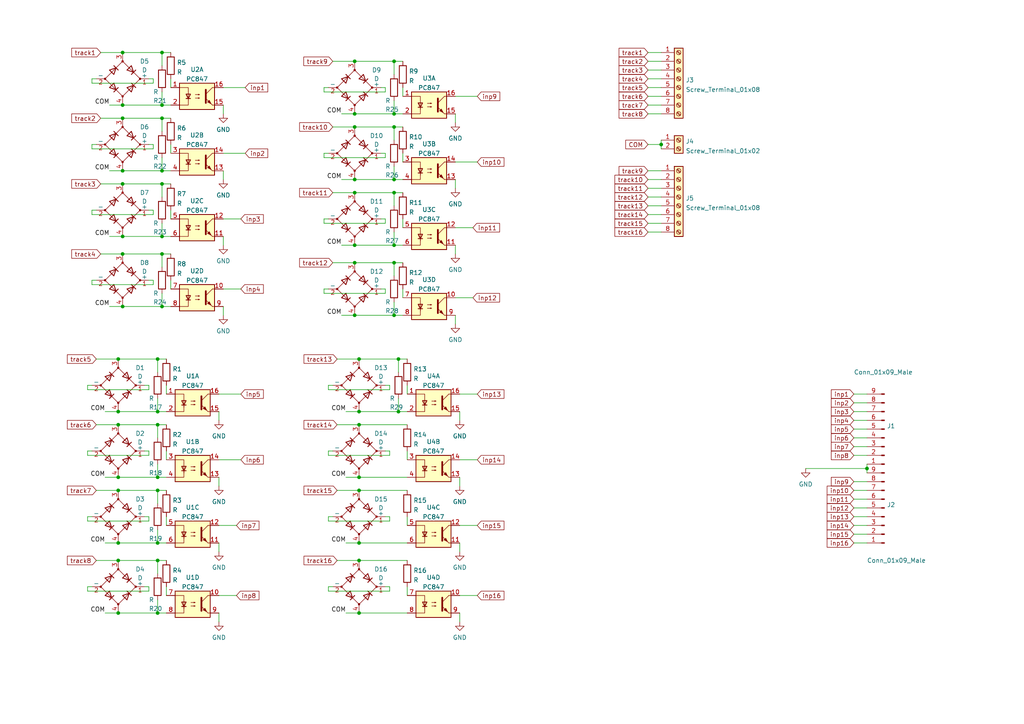
<source format=kicad_sch>
(kicad_sch (version 20211123) (generator eeschema)
  (paper "A4")
  (lib_symbols
    (symbol "Connector:Conn_01x09_Male" (pin_names (offset 1.016) hide)
      (property "Reference" "J" (at 0 12.7 0))
      (property "Value" "Conn_01x09_Male" (at 0 -12.7 0))
      (symbol "Conn_01x09_Male_1_1"
        (pin passive line (at 5.08 10.16 180) (length 3.81) (name "Pin_1") (number "1"))
        (pin passive line (at 5.08 7.62 180) (length 3.81) (name "Pin_2") (number "2"))
        (pin passive line (at 5.08 5.08 180) (length 3.81) (name "Pin_3") (number "3"))
        (pin passive line (at 5.08 2.54 180) (length 3.81) (name "Pin_4") (number "4"))
        (pin passive line (at 5.08 0 180) (length 3.81) (name "Pin_5") (number "5"))
        (pin passive line (at 5.08 -2.54 180) (length 3.81) (name "Pin_6") (number "6"))
        (pin passive line (at 5.08 -5.08 180) (length 3.81) (name "Pin_7") (number "7"))
        (pin passive line (at 5.08 -7.62 180) (length 3.81) (name "Pin_8") (number "8"))
        (pin passive line (at 5.08 -10.16 180) (length 3.81) (name "Pin_9") (number "9"))
      )
    )
    (symbol "Connector:Screw_Terminal_01x02" (pin_names (offset 1.016) hide)
      (property "Reference" "J" (at 0 2.54 0))
      (property "Value" "Screw_Terminal_01x02" (at 0 -5.08 0))
      (symbol "Screw_Terminal_01x02_1_1"
        (pin passive line (at -5.08 0 0) (length 3.81) (name "Pin_1") (number "1"))
        (pin passive line (at -5.08 -2.54 0) (length 3.81) (name "Pin_2") (number "2"))
      )
    )
    (symbol "Connector:Screw_Terminal_01x08" (pin_names (offset 1.016) hide)
      (property "Reference" "J" (at 0 10.16 0))
      (property "Value" "Screw_Terminal_01x08" (at 0 -12.7 0))
      (symbol "Screw_Terminal_01x08_1_1"
        (pin passive line (at -5.08 7.62 0) (length 3.81) (name "Pin_1") (number "1"))
        (pin passive line (at -5.08 5.08 0) (length 3.81) (name "Pin_2") (number "2"))
        (pin passive line (at -5.08 2.54 0) (length 3.81) (name "Pin_3") (number "3"))
        (pin passive line (at -5.08 0 0) (length 3.81) (name "Pin_4") (number "4"))
        (pin passive line (at -5.08 -2.54 0) (length 3.81) (name "Pin_5") (number "5"))
        (pin passive line (at -5.08 -5.08 0) (length 3.81) (name "Pin_6") (number "6"))
        (pin passive line (at -5.08 -7.62 0) (length 3.81) (name "Pin_7") (number "7"))
        (pin passive line (at -5.08 -10.16 0) (length 3.81) (name "Pin_8") (number "8"))
      )
    )
    (symbol "Device:D_Bridge_+-AA" (pin_names (offset 0))
      (property "Reference" "D" (at 2.54 6.985 0))
      (property "Value" "D_Bridge_+-AA" (at 2.54 5.08 0))
      (symbol "D_Bridge_+-AA_1_1"
        (pin passive line (at 7.62 0 180) (length 2.54) (name "+") (number "1"))
        (pin passive line (at -7.62 0 0) (length 2.54) (name "-") (number "2"))
        (pin passive line (at 0 7.62 270) (length 2.54) (name "~") (number "3"))
        (pin passive line (at 0 -7.62 90) (length 2.54) (name "~") (number "4"))
      )
    )
    (symbol "Device:R" (pin_numbers hide) (pin_names (offset 0))
      (property "Reference" "R" (at 2.032 0 90))
      (property "Value" "R" (at 0 0 90))
      (symbol "R_1_1"
        (pin passive line (at 0 3.81 270) (length 1.27) (name "~") (number "1"))
        (pin passive line (at 0 -3.81 90) (length 1.27) (name "~") (number "2"))
      )
    )
    (symbol "Isolator:PC847" (pin_names (offset 1.016))
      (property "Reference" "U" (at -5.08 5.08 0))
      (property "Value" "PC847" (at 0 5.08 0))
      (symbol "PC847_1_1"
        (pin passive line (at -7.62 2.54 0) (length 2.54) (name "~") (number "1"))
        (pin passive line (at 7.62 -2.54 180) (length 2.54) (name "~") (number "15"))
        (pin passive line (at 7.62 2.54 180) (length 2.54) (name "~") (number "16"))
        (pin passive line (at -7.62 -2.54 0) (length 2.54) (name "~") (number "2"))
      )
      (symbol "PC847_2_1"
        (pin passive line (at 7.62 -2.54 180) (length 2.54) (name "~") (number "13"))
        (pin passive line (at 7.62 2.54 180) (length 2.54) (name "~") (number "14"))
        (pin passive line (at -7.62 2.54 0) (length 2.54) (name "~") (number "3"))
        (pin passive line (at -7.62 -2.54 0) (length 2.54) (name "~") (number "4"))
      )
      (symbol "PC847_3_1"
        (pin passive line (at 7.62 -2.54 180) (length 2.54) (name "~") (number "11"))
        (pin passive line (at 7.62 2.54 180) (length 2.54) (name "~") (number "12"))
        (pin passive line (at -7.62 2.54 0) (length 2.54) (name "~") (number "5"))
        (pin passive line (at -7.62 -2.54 0) (length 2.54) (name "~") (number "6"))
      )
      (symbol "PC847_4_1"
        (pin passive line (at 7.62 2.54 180) (length 2.54) (name "~") (number "10"))
        (pin passive line (at -7.62 2.54 0) (length 2.54) (name "~") (number "7"))
        (pin passive line (at -7.62 -2.54 0) (length 2.54) (name "~") (number "8"))
        (pin passive line (at 7.62 -2.54 180) (length 2.54) (name "~") (number "9"))
      )
    )
    (symbol "power:GND" (power) (pin_names (offset 0))
      (property "Value" "GND" (at 0 -3.81 0))
      (symbol "GND_1_1"
        (pin power_in line (at 0 0 270) (length 0) hide (name "GND") (number "1"))
      )
    )
  )
  (junction (at 104.14 104.14))
  (junction (at 35.56 88.9))
  (junction (at 45.72 119.38))
  (junction (at 35.56 53.34))
  (junction (at 35.56 30.48))
  (junction (at 34.29 162.56))
  (junction (at 104.14 142.24))
  (junction (at 46.99 34.29))
  (junction (at 34.29 177.8))
  (junction (at 114.3 36.83))
  (junction (at 102.87 55.88))
  (junction (at 46.99 73.66))
  (junction (at 102.87 76.2))
  (junction (at 35.56 34.29))
  (junction (at 35.56 73.66))
  (junction (at 45.72 157.48))
  (junction (at 45.72 142.24))
  (junction (at 45.72 123.19))
  (junction (at 102.87 91.44))
  (junction (at 251.46 135.89))
  (junction (at 45.72 138.43))
  (junction (at 104.14 123.19))
  (junction (at 114.3 52.07))
  (junction (at 46.99 15.24))
  (junction (at 104.14 138.43))
  (junction (at 34.29 138.43))
  (junction (at 104.14 162.56))
  (junction (at 191.77 41.91))
  (junction (at 46.99 49.53))
  (junction (at 46.99 88.9))
  (junction (at 102.87 36.83))
  (junction (at 114.3 71.12))
  (junction (at 45.72 104.14))
  (junction (at 34.29 119.38))
  (junction (at 114.3 55.88))
  (junction (at 104.14 157.48))
  (junction (at 34.29 142.24))
  (junction (at 34.29 104.14))
  (junction (at 104.14 177.8))
  (junction (at 46.99 68.58))
  (junction (at 115.57 119.38))
  (junction (at 35.56 68.58))
  (junction (at 104.14 119.38))
  (junction (at 35.56 15.24))
  (junction (at 102.87 33.02))
  (junction (at 34.29 157.48))
  (junction (at 114.3 91.44))
  (junction (at 45.72 177.8))
  (junction (at 102.87 71.12))
  (junction (at 35.56 49.53))
  (junction (at 115.57 104.14))
  (junction (at 102.87 17.78))
  (junction (at 102.87 52.07))
  (junction (at 46.99 30.48))
  (junction (at 34.29 123.19))
  (junction (at 114.3 17.78))
  (junction (at 46.99 53.34))
  (junction (at 45.72 162.56))
  (junction (at 114.3 33.02))
  (junction (at 114.3 76.2))
  (wire (pts (xy 64.77 49.53) (xy 64.77 52.07)))
  (wire (pts (xy 187.96 59.69) (xy 191.77 59.69)))
  (wire (pts (xy 114.3 33.02) (xy 116.84 33.02)))
  (wire (pts (xy 35.56 88.9) (xy 46.99 88.9)))
  (wire (pts (xy 26.67 22.86) (xy 26.67 24.13)))
  (wire (pts (xy 93.98 45.72) (xy 111.76 45.72)))
  (wire (pts (xy 34.29 119.38) (xy 45.72 119.38)))
  (wire (pts (xy 114.3 76.2) (xy 116.84 76.2)))
  (wire (pts (xy 26.67 149.86) (xy 25.4 149.86)))
  (wire (pts (xy 104.14 177.8) (xy 118.11 177.8)))
  (wire (pts (xy 102.87 55.88) (xy 114.3 55.88)))
  (wire (pts (xy 27.94 60.96) (xy 26.67 60.96)))
  (wire (pts (xy 111.76 111.76) (xy 113.03 111.76)))
  (wire (pts (xy 63.5 172.72) (xy 68.58 172.72)))
  (wire (pts (xy 26.67 170.18) (xy 25.4 170.18)))
  (wire (pts (xy 247.65 132.08) (xy 251.46 132.08)))
  (wire (pts (xy 46.99 15.24) (xy 49.53 15.24)))
  (wire (pts (xy 114.3 55.88) (xy 116.84 55.88)))
  (wire (pts (xy 27.94 41.91) (xy 26.67 41.91)))
  (wire (pts (xy 31.75 68.58) (xy 35.56 68.58)))
  (wire (pts (xy 247.65 116.84) (xy 251.46 116.84)))
  (wire (pts (xy 191.77 40.64) (xy 191.77 41.91)))
  (wire (pts (xy 27.94 22.86) (xy 26.67 22.86)))
  (wire (pts (xy 247.65 157.48) (xy 251.46 157.48)))
  (wire (pts (xy 104.14 138.43) (xy 118.11 138.43)))
  (wire (pts (xy 132.08 33.02) (xy 132.08 35.56)))
  (wire (pts (xy 41.91 130.81) (xy 43.18 130.81)))
  (wire (pts (xy 187.96 49.53) (xy 191.77 49.53)))
  (wire (pts (xy 99.06 91.44) (xy 102.87 91.44)))
  (wire (pts (xy 247.65 129.54) (xy 251.46 129.54)))
  (wire (pts (xy 187.96 22.86) (xy 191.77 22.86)))
  (wire (pts (xy 110.49 44.45) (xy 111.76 44.45)))
  (wire (pts (xy 114.3 67.31) (xy 114.3 71.12)))
  (wire (pts (xy 64.77 83.82) (xy 69.85 83.82)))
  (wire (pts (xy 116.84 63.5) (xy 116.84 66.04)))
  (wire (pts (xy 26.67 81.28) (xy 26.67 82.55)))
  (wire (pts (xy 46.99 85.09) (xy 46.99 88.9)))
  (wire (pts (xy 113.03 113.03) (xy 113.03 111.76)))
  (wire (pts (xy 111.76 85.09) (xy 111.76 83.82)))
  (wire (pts (xy 95.25 132.08) (xy 113.03 132.08)))
  (wire (pts (xy 99.06 52.07) (xy 102.87 52.07)))
  (wire (pts (xy 43.18 113.03) (xy 43.18 111.76)))
  (wire (pts (xy 27.94 123.19) (xy 34.29 123.19)))
  (wire (pts (xy 187.96 52.07) (xy 191.77 52.07)))
  (wire (pts (xy 95.25 151.13) (xy 113.03 151.13)))
  (wire (pts (xy 49.53 22.86) (xy 49.53 25.4)))
  (wire (pts (xy 48.26 170.18) (xy 48.26 172.72)))
  (wire (pts (xy 45.72 119.38) (xy 48.26 119.38)))
  (wire (pts (xy 64.77 25.4) (xy 71.12 25.4)))
  (wire (pts (xy 43.18 22.86) (xy 44.45 22.86)))
  (wire (pts (xy 110.49 25.4) (xy 111.76 25.4)))
  (wire (pts (xy 113.03 171.45) (xy 113.03 170.18)))
  (wire (pts (xy 233.68 135.89) (xy 251.46 135.89)))
  (wire (pts (xy 96.52 76.2) (xy 102.87 76.2)))
  (wire (pts (xy 114.3 91.44) (xy 116.84 91.44)))
  (wire (pts (xy 96.52 55.88) (xy 102.87 55.88)))
  (wire (pts (xy 41.91 111.76) (xy 43.18 111.76)))
  (wire (pts (xy 187.96 41.91) (xy 191.77 41.91)))
  (wire (pts (xy 97.79 142.24) (xy 104.14 142.24)))
  (wire (pts (xy 187.96 27.94) (xy 191.77 27.94)))
  (wire (pts (xy 25.4 171.45) (xy 43.18 171.45)))
  (wire (pts (xy 133.35 119.38) (xy 133.35 121.92)))
  (wire (pts (xy 115.57 115.57) (xy 115.57 119.38)))
  (wire (pts (xy 45.72 134.62) (xy 45.72 138.43)))
  (wire (pts (xy 34.29 123.19) (xy 45.72 123.19)))
  (wire (pts (xy 93.98 64.77) (xy 111.76 64.77)))
  (wire (pts (xy 35.56 30.48) (xy 46.99 30.48)))
  (wire (pts (xy 30.48 177.8) (xy 34.29 177.8)))
  (wire (pts (xy 29.21 73.66) (xy 35.56 73.66)))
  (wire (pts (xy 96.52 111.76) (xy 95.25 111.76)))
  (wire (pts (xy 34.29 157.48) (xy 45.72 157.48)))
  (wire (pts (xy 46.99 34.29) (xy 46.99 38.1)))
  (wire (pts (xy 46.99 34.29) (xy 49.53 34.29)))
  (wire (pts (xy 25.4 113.03) (xy 43.18 113.03)))
  (wire (pts (xy 102.87 52.07) (xy 114.3 52.07)))
  (wire (pts (xy 251.46 135.89) (xy 251.46 137.16)))
  (wire (pts (xy 26.67 62.23) (xy 44.45 62.23)))
  (wire (pts (xy 30.48 157.48) (xy 34.29 157.48)))
  (wire (pts (xy 95.25 113.03) (xy 113.03 113.03)))
  (wire (pts (xy 133.35 152.4) (xy 138.43 152.4)))
  (wire (pts (xy 95.25 149.86) (xy 95.25 151.13)))
  (wire (pts (xy 27.94 104.14) (xy 34.29 104.14)))
  (wire (pts (xy 187.96 30.48) (xy 191.77 30.48)))
  (wire (pts (xy 187.96 64.77) (xy 191.77 64.77)))
  (wire (pts (xy 95.25 130.81) (xy 95.25 132.08)))
  (wire (pts (xy 251.46 134.62) (xy 251.46 135.89)))
  (wire (pts (xy 93.98 63.5) (xy 93.98 64.77)))
  (wire (pts (xy 35.56 49.53) (xy 46.99 49.53)))
  (wire (pts (xy 114.3 17.78) (xy 114.3 21.59)))
  (wire (pts (xy 26.67 43.18) (xy 44.45 43.18)))
  (wire (pts (xy 45.72 138.43) (xy 48.26 138.43)))
  (wire (pts (xy 102.87 17.78) (xy 114.3 17.78)))
  (wire (pts (xy 49.53 41.91) (xy 49.53 44.45)))
  (wire (pts (xy 43.18 41.91) (xy 44.45 41.91)))
  (wire (pts (xy 35.56 68.58) (xy 46.99 68.58)))
  (wire (pts (xy 133.35 157.48) (xy 133.35 160.02)))
  (wire (pts (xy 29.21 53.34) (xy 35.56 53.34)))
  (wire (pts (xy 187.96 17.78) (xy 191.77 17.78)))
  (wire (pts (xy 247.65 152.4) (xy 251.46 152.4)))
  (wire (pts (xy 95.25 44.45) (xy 93.98 44.45)))
  (wire (pts (xy 27.94 162.56) (xy 34.29 162.56)))
  (wire (pts (xy 133.35 133.35) (xy 138.43 133.35)))
  (wire (pts (xy 35.56 53.34) (xy 46.99 53.34)))
  (wire (pts (xy 63.5 177.8) (xy 63.5 180.34)))
  (wire (pts (xy 104.14 119.38) (xy 115.57 119.38)))
  (wire (pts (xy 41.91 149.86) (xy 43.18 149.86)))
  (wire (pts (xy 115.57 104.14) (xy 118.11 104.14)))
  (wire (pts (xy 187.96 20.32) (xy 191.77 20.32)))
  (wire (pts (xy 133.35 172.72) (xy 138.43 172.72)))
  (wire (pts (xy 30.48 119.38) (xy 34.29 119.38)))
  (wire (pts (xy 116.84 25.4) (xy 116.84 27.94)))
  (wire (pts (xy 93.98 25.4) (xy 93.98 26.67)))
  (wire (pts (xy 102.87 91.44) (xy 114.3 91.44)))
  (wire (pts (xy 46.99 53.34) (xy 46.99 57.15)))
  (wire (pts (xy 95.25 111.76) (xy 95.25 113.03)))
  (wire (pts (xy 46.99 88.9) (xy 49.53 88.9)))
  (wire (pts (xy 247.65 144.78) (xy 251.46 144.78)))
  (wire (pts (xy 93.98 44.45) (xy 93.98 45.72)))
  (wire (pts (xy 96.52 170.18) (xy 95.25 170.18)))
  (wire (pts (xy 114.3 52.07) (xy 116.84 52.07)))
  (wire (pts (xy 34.29 177.8) (xy 45.72 177.8)))
  (wire (pts (xy 25.4 170.18) (xy 25.4 171.45)))
  (wire (pts (xy 45.72 157.48) (xy 48.26 157.48)))
  (wire (pts (xy 247.65 142.24) (xy 251.46 142.24)))
  (wire (pts (xy 45.72 153.67) (xy 45.72 157.48)))
  (wire (pts (xy 31.75 49.53) (xy 35.56 49.53)))
  (wire (pts (xy 45.72 104.14) (xy 48.26 104.14)))
  (wire (pts (xy 102.87 33.02) (xy 114.3 33.02)))
  (wire (pts (xy 64.77 30.48) (xy 64.77 33.02)))
  (wire (pts (xy 63.5 133.35) (xy 69.85 133.35)))
  (wire (pts (xy 46.99 53.34) (xy 49.53 53.34)))
  (wire (pts (xy 93.98 26.67) (xy 111.76 26.67)))
  (wire (pts (xy 44.45 43.18) (xy 44.45 41.91)))
  (wire (pts (xy 187.96 67.31) (xy 191.77 67.31)))
  (wire (pts (xy 43.18 81.28) (xy 44.45 81.28)))
  (wire (pts (xy 63.5 119.38) (xy 63.5 121.92)))
  (wire (pts (xy 64.77 44.45) (xy 71.12 44.45)))
  (wire (pts (xy 95.25 171.45) (xy 113.03 171.45)))
  (wire (pts (xy 96.52 149.86) (xy 95.25 149.86)))
  (wire (pts (xy 115.57 119.38) (xy 118.11 119.38)))
  (wire (pts (xy 43.18 132.08) (xy 43.18 130.81)))
  (wire (pts (xy 63.5 114.3) (xy 69.85 114.3)))
  (wire (pts (xy 187.96 62.23) (xy 191.77 62.23)))
  (wire (pts (xy 247.65 124.46) (xy 251.46 124.46)))
  (wire (pts (xy 48.26 130.81) (xy 48.26 133.35)))
  (wire (pts (xy 187.96 15.24) (xy 191.77 15.24)))
  (wire (pts (xy 45.72 142.24) (xy 48.26 142.24)))
  (wire (pts (xy 104.14 142.24) (xy 118.11 142.24)))
  (wire (pts (xy 31.75 88.9) (xy 35.56 88.9)))
  (wire (pts (xy 118.11 130.81) (xy 118.11 133.35)))
  (wire (pts (xy 132.08 91.44) (xy 132.08 93.98)))
  (wire (pts (xy 100.33 177.8) (xy 104.14 177.8)))
  (wire (pts (xy 187.96 25.4) (xy 191.77 25.4)))
  (wire (pts (xy 34.29 138.43) (xy 45.72 138.43)))
  (wire (pts (xy 34.29 162.56) (xy 45.72 162.56)))
  (wire (pts (xy 26.67 111.76) (xy 25.4 111.76)))
  (wire (pts (xy 100.33 138.43) (xy 104.14 138.43)))
  (wire (pts (xy 49.53 81.28) (xy 49.53 83.82)))
  (wire (pts (xy 30.48 138.43) (xy 34.29 138.43)))
  (wire (pts (xy 114.3 76.2) (xy 114.3 80.01)))
  (wire (pts (xy 26.67 82.55) (xy 44.45 82.55)))
  (wire (pts (xy 114.3 29.21) (xy 114.3 33.02)))
  (wire (pts (xy 25.4 130.81) (xy 25.4 132.08)))
  (wire (pts (xy 48.26 111.76) (xy 48.26 114.3)))
  (wire (pts (xy 35.56 73.66) (xy 46.99 73.66)))
  (wire (pts (xy 25.4 132.08) (xy 43.18 132.08)))
  (wire (pts (xy 95.25 25.4) (xy 93.98 25.4)))
  (wire (pts (xy 46.99 45.72) (xy 46.99 49.53)))
  (wire (pts (xy 27.94 142.24) (xy 34.29 142.24)))
  (wire (pts (xy 100.33 119.38) (xy 104.14 119.38)))
  (wire (pts (xy 29.21 15.24) (xy 35.56 15.24)))
  (wire (pts (xy 26.67 60.96) (xy 26.67 62.23)))
  (wire (pts (xy 45.72 123.19) (xy 45.72 127)))
  (wire (pts (xy 111.76 45.72) (xy 111.76 44.45)))
  (wire (pts (xy 45.72 104.14) (xy 45.72 107.95)))
  (wire (pts (xy 46.99 30.48) (xy 49.53 30.48)))
  (wire (pts (xy 111.76 64.77) (xy 111.76 63.5)))
  (wire (pts (xy 104.14 157.48) (xy 118.11 157.48)))
  (wire (pts (xy 115.57 104.14) (xy 115.57 107.95)))
  (wire (pts (xy 247.65 149.86) (xy 251.46 149.86)))
  (wire (pts (xy 96.52 130.81) (xy 95.25 130.81)))
  (wire (pts (xy 25.4 149.86) (xy 25.4 151.13)))
  (wire (pts (xy 45.72 177.8) (xy 48.26 177.8)))
  (wire (pts (xy 45.72 173.99) (xy 45.72 177.8)))
  (wire (pts (xy 43.18 60.96) (xy 44.45 60.96)))
  (wire (pts (xy 34.29 142.24) (xy 45.72 142.24)))
  (wire (pts (xy 46.99 49.53) (xy 49.53 49.53)))
  (wire (pts (xy 247.65 139.7) (xy 251.46 139.7)))
  (wire (pts (xy 45.72 142.24) (xy 45.72 146.05)))
  (wire (pts (xy 95.25 83.82) (xy 93.98 83.82)))
  (wire (pts (xy 44.45 24.13) (xy 44.45 22.86)))
  (wire (pts (xy 114.3 17.78) (xy 116.84 17.78)))
  (wire (pts (xy 111.76 149.86) (xy 113.03 149.86)))
  (wire (pts (xy 132.08 86.36) (xy 137.16 86.36)))
  (wire (pts (xy 187.96 54.61) (xy 191.77 54.61)))
  (wire (pts (xy 26.67 24.13) (xy 44.45 24.13)))
  (wire (pts (xy 49.53 60.96) (xy 49.53 63.5)))
  (wire (pts (xy 63.5 157.48) (xy 63.5 160.02)))
  (wire (pts (xy 132.08 52.07) (xy 132.08 54.61)))
  (wire (pts (xy 27.94 81.28) (xy 26.67 81.28)))
  (wire (pts (xy 247.65 147.32) (xy 251.46 147.32)))
  (wire (pts (xy 113.03 151.13) (xy 113.03 149.86)))
  (wire (pts (xy 97.79 104.14) (xy 104.14 104.14)))
  (wire (pts (xy 247.65 154.94) (xy 251.46 154.94)))
  (wire (pts (xy 46.99 73.66) (xy 46.99 77.47)))
  (wire (pts (xy 64.77 68.58) (xy 64.77 71.12)))
  (wire (pts (xy 29.21 34.29) (xy 35.56 34.29)))
  (wire (pts (xy 45.72 123.19) (xy 48.26 123.19)))
  (wire (pts (xy 132.08 71.12) (xy 132.08 73.66)))
  (wire (pts (xy 114.3 55.88) (xy 114.3 59.69)))
  (wire (pts (xy 99.06 71.12) (xy 102.87 71.12)))
  (wire (pts (xy 104.14 104.14) (xy 115.57 104.14)))
  (wire (pts (xy 63.5 152.4) (xy 68.58 152.4)))
  (wire (pts (xy 132.08 27.94) (xy 138.43 27.94)))
  (wire (pts (xy 102.87 76.2) (xy 114.3 76.2)))
  (wire (pts (xy 97.79 123.19) (xy 104.14 123.19)))
  (wire (pts (xy 116.84 83.82) (xy 116.84 86.36)))
  (wire (pts (xy 110.49 83.82) (xy 111.76 83.82)))
  (wire (pts (xy 43.18 151.13) (xy 43.18 149.86)))
  (wire (pts (xy 102.87 36.83) (xy 114.3 36.83)))
  (wire (pts (xy 133.35 177.8) (xy 133.35 180.34)))
  (wire (pts (xy 46.99 26.67) (xy 46.99 30.48)))
  (wire (pts (xy 104.14 123.19) (xy 118.11 123.19)))
  (wire (pts (xy 114.3 71.12) (xy 116.84 71.12)))
  (wire (pts (xy 114.3 87.63) (xy 114.3 91.44)))
  (wire (pts (xy 46.99 15.24) (xy 46.99 19.05)))
  (wire (pts (xy 41.91 170.18) (xy 43.18 170.18)))
  (wire (pts (xy 45.72 162.56) (xy 45.72 166.37)))
  (wire (pts (xy 44.45 62.23) (xy 44.45 60.96)))
  (wire (pts (xy 102.87 71.12) (xy 114.3 71.12)))
  (wire (pts (xy 114.3 48.26) (xy 114.3 52.07)))
  (wire (pts (xy 132.08 46.99) (xy 138.43 46.99)))
  (wire (pts (xy 247.65 114.3) (xy 251.46 114.3)))
  (wire (pts (xy 35.56 34.29) (xy 46.99 34.29)))
  (wire (pts (xy 35.56 15.24) (xy 46.99 15.24)))
  (wire (pts (xy 64.77 88.9) (xy 64.77 91.44)))
  (wire (pts (xy 114.3 36.83) (xy 114.3 40.64)))
  (wire (pts (xy 118.11 149.86) (xy 118.11 152.4)))
  (wire (pts (xy 247.65 119.38) (xy 251.46 119.38)))
  (wire (pts (xy 247.65 127) (xy 251.46 127)))
  (wire (pts (xy 45.72 162.56) (xy 48.26 162.56)))
  (wire (pts (xy 99.06 33.02) (xy 102.87 33.02)))
  (wire (pts (xy 187.96 33.02) (xy 191.77 33.02)))
  (wire (pts (xy 46.99 73.66) (xy 49.53 73.66)))
  (wire (pts (xy 111.76 170.18) (xy 113.03 170.18)))
  (wire (pts (xy 64.77 63.5) (xy 69.85 63.5)))
  (wire (pts (xy 26.67 130.81) (xy 25.4 130.81)))
  (wire (pts (xy 93.98 83.82) (xy 93.98 85.09)))
  (wire (pts (xy 97.79 162.56) (xy 104.14 162.56)))
  (wire (pts (xy 48.26 149.86) (xy 48.26 152.4)))
  (wire (pts (xy 34.29 104.14) (xy 45.72 104.14)))
  (wire (pts (xy 133.35 114.3) (xy 138.43 114.3)))
  (wire (pts (xy 111.76 26.67) (xy 111.76 25.4)))
  (wire (pts (xy 116.84 44.45) (xy 116.84 46.99)))
  (wire (pts (xy 25.4 151.13) (xy 43.18 151.13)))
  (wire (pts (xy 114.3 36.83) (xy 116.84 36.83)))
  (wire (pts (xy 44.45 82.55) (xy 44.45 81.28)))
  (wire (pts (xy 95.25 63.5) (xy 93.98 63.5)))
  (wire (pts (xy 111.76 130.81) (xy 113.03 130.81)))
  (wire (pts (xy 26.67 41.91) (xy 26.67 43.18)))
  (wire (pts (xy 96.52 36.83) (xy 102.87 36.83)))
  (wire (pts (xy 191.77 41.91) (xy 191.77 43.18)))
  (wire (pts (xy 118.11 170.18) (xy 118.11 172.72)))
  (wire (pts (xy 100.33 157.48) (xy 104.14 157.48)))
  (wire (pts (xy 110.49 63.5) (xy 111.76 63.5)))
  (wire (pts (xy 113.03 132.08) (xy 113.03 130.81)))
  (wire (pts (xy 118.11 111.76) (xy 118.11 114.3)))
  (wire (pts (xy 96.52 17.78) (xy 102.87 17.78)))
  (wire (pts (xy 63.5 138.43) (xy 63.5 140.97)))
  (wire (pts (xy 133.35 138.43) (xy 133.35 140.97)))
  (wire (pts (xy 31.75 30.48) (xy 35.56 30.48)))
  (wire (pts (xy 187.96 57.15) (xy 191.77 57.15)))
  (wire (pts (xy 45.72 115.57) (xy 45.72 119.38)))
  (wire (pts (xy 247.65 121.92) (xy 251.46 121.92)))
  (wire (pts (xy 46.99 64.77) (xy 46.99 68.58)))
  (wire (pts (xy 46.99 68.58) (xy 49.53 68.58)))
  (wire (pts (xy 43.18 171.45) (xy 43.18 170.18)))
  (wire (pts (xy 25.4 111.76) (xy 25.4 113.03)))
  (wire (pts (xy 95.25 170.18) (xy 95.25 171.45)))
  (wire (pts (xy 104.14 162.56) (xy 118.11 162.56)))
  (wire (pts (xy 132.08 66.04) (xy 137.16 66.04)))
  (wire (pts (xy 93.98 85.09) (xy 111.76 85.09)))
  (label "COM" (at 31.75 49.53 180))
  (label "COM" (at 99.06 33.02 180))
  (label "COM" (at 100.33 119.38 180))
  (label "COM" (at 31.75 30.48 180))
  (label "COM" (at 100.33 177.8 180))
  (label "COM" (at 31.75 88.9 180))
  (label "COM" (at 99.06 71.12 180))
  (label "COM" (at 30.48 157.48 180))
  (label "COM" (at 31.75 68.58 180))
  (label "COM" (at 100.33 157.48 180))
  (label "COM" (at 100.33 138.43 180))
  (label "COM" (at 30.48 138.43 180))
  (label "COM" (at 30.48 119.38 180))
  (label "COM" (at 30.48 177.8 180))
  (label "COM" (at 99.06 52.07 180))
  (label "COM" (at 99.06 91.44 180))
  (global_label "track13" (shape input) (at 97.79 104.14 180) (property "Intersheet References" "${INTERSHEET_REFS}" (effects hide)))
  (global_label "track11" (shape input) (at 187.96 54.61 180) (property "Intersheet References" "${INTERSHEET_REFS}" (effects hide)))
  (global_label "track5" (shape input) (at 187.96 25.4 180) (property "Intersheet References" "${INTERSHEET_REFS}" (effects hide)))
  (global_label "track16" (shape input) (at 187.96 67.31 180) (property "Intersheet References" "${INTERSHEET_REFS}" (effects hide)))
  (global_label "track4" (shape input) (at 29.21 73.66 180) (property "Intersheet References" "${INTERSHEET_REFS}" (effects hide)))
  (global_label "inp15" (shape input) (at 247.65 154.94 180) (property "Intersheet References" "${INTERSHEET_REFS}" (effects hide)))
  (global_label "inp2" (shape input) (at 71.12 44.45 0) (property "Intersheet References" "${INTERSHEET_REFS}" (effects hide)))
  (global_label "track1" (shape input) (at 29.21 15.24 180) (property "Intersheet References" "${INTERSHEET_REFS}" (effects hide)))
  (global_label "inp9" (shape input) (at 138.43 27.94 0) (property "Intersheet References" "${INTERSHEET_REFS}" (effects hide)))
  (global_label "track4" (shape input) (at 187.96 22.86 180) (property "Intersheet References" "${INTERSHEET_REFS}" (effects hide)))
  (global_label "inp4" (shape input) (at 69.85 83.82 0) (property "Intersheet References" "${INTERSHEET_REFS}" (effects hide)))
  (global_label "inp3" (shape input) (at 247.65 119.38 180) (property "Intersheet References" "${INTERSHEET_REFS}" (effects hide)))
  (global_label "track5" (shape input) (at 27.94 104.14 180) (property "Intersheet References" "${INTERSHEET_REFS}" (effects hide)))
  (global_label "inp10" (shape input) (at 138.43 46.99 0) (property "Intersheet References" "${INTERSHEET_REFS}" (effects hide)))
  (global_label "track1" (shape input) (at 187.96 15.24 180) (property "Intersheet References" "${INTERSHEET_REFS}" (effects hide)))
  (global_label "inp6" (shape input) (at 247.65 127 180) (property "Intersheet References" "${INTERSHEET_REFS}" (effects hide)))
  (global_label "track8" (shape input) (at 187.96 33.02 180) (property "Intersheet References" "${INTERSHEET_REFS}" (effects hide)))
  (global_label "inp15" (shape input) (at 138.43 152.4 0) (property "Intersheet References" "${INTERSHEET_REFS}" (effects hide)))
  (global_label "track9" (shape input) (at 96.52 17.78 180) (property "Intersheet References" "${INTERSHEET_REFS}" (effects hide)))
  (global_label "inp8" (shape input) (at 68.58 172.72 0) (property "Intersheet References" "${INTERSHEET_REFS}" (effects hide)))
  (global_label "inp16" (shape input) (at 138.43 172.72 0) (property "Intersheet References" "${INTERSHEET_REFS}" (effects hide)))
  (global_label "track7" (shape input) (at 27.94 142.24 180) (property "Intersheet References" "${INTERSHEET_REFS}" (effects hide)))
  (global_label "track12" (shape input) (at 96.52 76.2 180) (property "Intersheet References" "${INTERSHEET_REFS}" (effects hide)))
  (global_label "inp8" (shape input) (at 247.65 132.08 180) (property "Intersheet References" "${INTERSHEET_REFS}" (effects hide)))
  (global_label "track11" (shape input) (at 96.52 55.88 180) (property "Intersheet References" "${INTERSHEET_REFS}" (effects hide)))
  (global_label "inp6" (shape input) (at 69.85 133.35 0) (property "Intersheet References" "${INTERSHEET_REFS}" (effects hide)))
  (global_label "inp1" (shape input) (at 247.65 114.3 180) (property "Intersheet References" "${INTERSHEET_REFS}" (effects hide)))
  (global_label "track12" (shape input) (at 187.96 57.15 180) (property "Intersheet References" "${INTERSHEET_REFS}" (effects hide)))
  (global_label "track7" (shape input) (at 187.96 30.48 180) (property "Intersheet References" "${INTERSHEET_REFS}" (effects hide)))
  (global_label "track9" (shape input) (at 187.96 49.53 180) (property "Intersheet References" "${INTERSHEET_REFS}" (effects hide)))
  (global_label "inp3" (shape input) (at 69.85 63.5 0) (property "Intersheet References" "${INTERSHEET_REFS}" (effects hide)))
  (global_label "track16" (shape input) (at 97.79 162.56 180) (property "Intersheet References" "${INTERSHEET_REFS}" (effects hide)))
  (global_label "inp13" (shape input) (at 247.65 149.86 180) (property "Intersheet References" "${INTERSHEET_REFS}" (effects hide)))
  (global_label "track15" (shape input) (at 97.79 142.24 180) (property "Intersheet References" "${INTERSHEET_REFS}" (effects hide)))
  (global_label "inp1" (shape input) (at 71.12 25.4 0) (property "Intersheet References" "${INTERSHEET_REFS}" (effects hide)))
  (global_label "inp11" (shape input) (at 137.16 66.04 0) (property "Intersheet References" "${INTERSHEET_REFS}" (effects hide)))
  (global_label "inp11" (shape input) (at 247.65 144.78 180) (property "Intersheet References" "${INTERSHEET_REFS}" (effects hide)))
  (global_label "inp9" (shape input) (at 247.65 139.7 180) (property "Intersheet References" "${INTERSHEET_REFS}" (effects hide)))
  (global_label "COM" (shape input) (at 187.96 41.91 180) (property "Intersheet References" "${INTERSHEET_REFS}" (effects hide)))
  (global_label "track10" (shape input) (at 187.96 52.07 180) (property "Intersheet References" "${INTERSHEET_REFS}" (effects hide)))
  (global_label "inp4" (shape input) (at 247.65 121.92 180) (property "Intersheet References" "${INTERSHEET_REFS}" (effects hide)))
  (global_label "track6" (shape input) (at 27.94 123.19 180) (property "Intersheet References" "${INTERSHEET_REFS}" (effects hide)))
  (global_label "inp14" (shape input) (at 138.43 133.35 0) (property "Intersheet References" "${INTERSHEET_REFS}" (effects hide)))
  (global_label "track15" (shape input) (at 187.96 64.77 180) (property "Intersheet References" "${INTERSHEET_REFS}" (effects hide)))
  (global_label "track14" (shape input) (at 97.79 123.19 180) (property "Intersheet References" "${INTERSHEET_REFS}" (effects hide)))
  (global_label "track2" (shape input) (at 187.96 17.78 180) (property "Intersheet References" "${INTERSHEET_REFS}" (effects hide)))
  (global_label "inp7" (shape input) (at 68.58 152.4 0) (property "Intersheet References" "${INTERSHEET_REFS}" (effects hide)))
  (global_label "track2" (shape input) (at 29.21 34.29 180) (property "Intersheet References" "${INTERSHEET_REFS}" (effects hide)))
  (global_label "track8" (shape input) (at 27.94 162.56 180) (property "Intersheet References" "${INTERSHEET_REFS}" (effects hide)))
  (global_label "track10" (shape input) (at 96.52 36.83 180) (property "Intersheet References" "${INTERSHEET_REFS}" (effects hide)))
  (global_label "inp7" (shape input) (at 247.65 129.54 180) (property "Intersheet References" "${INTERSHEET_REFS}" (effects hide)))
  (global_label "inp5" (shape input) (at 247.65 124.46 180) (property "Intersheet References" "${INTERSHEET_REFS}" (effects hide)))
  (global_label "inp5" (shape input) (at 69.85 114.3 0) (property "Intersheet References" "${INTERSHEET_REFS}" (effects hide)))
  (global_label "track3" (shape input) (at 29.21 53.34 180) (property "Intersheet References" "${INTERSHEET_REFS}" (effects hide)))
  (global_label "inp12" (shape input) (at 247.65 147.32 180) (property "Intersheet References" "${INTERSHEET_REFS}" (effects hide)))
  (global_label "track13" (shape input) (at 187.96 59.69 180) (property "Intersheet References" "${INTERSHEET_REFS}" (effects hide)))
  (global_label "inp10" (shape input) (at 247.65 142.24 180) (property "Intersheet References" "${INTERSHEET_REFS}" (effects hide)))
  (global_label "inp16" (shape input) (at 247.65 157.48 180) (property "Intersheet References" "${INTERSHEET_REFS}" (effects hide)))
  (global_label "track3" (shape input) (at 187.96 20.32 180) (property "Intersheet References" "${INTERSHEET_REFS}" (effects hide)))
  (global_label "inp12" (shape input) (at 137.16 86.36 0) (property "Intersheet References" "${INTERSHEET_REFS}" (effects hide)))
  (global_label "inp14" (shape input) (at 247.65 152.4 180) (property "Intersheet References" "${INTERSHEET_REFS}" (effects hide)))
  (global_label "inp2" (shape input) (at 247.65 116.84 180) (property "Intersheet References" "${INTERSHEET_REFS}" (effects hide)))
  (global_label "track6" (shape input) (at 187.96 27.94 180) (property "Intersheet References" "${INTERSHEET_REFS}" (effects hide)))
  (global_label "track14" (shape input) (at 187.96 62.23 180) (property "Intersheet References" "${INTERSHEET_REFS}" (effects hide)))
  (global_label "inp13" (shape input) (at 138.43 114.3 0) (property "Intersheet References" "${INTERSHEET_REFS}" (effects hide)))
  (symbol (lib_id "Device:D_Bridge_+-AA") (at 104.14 149.86 0) (unit 1)
    (property "Reference" "D15" (at 110.49 144.78 0))
    (property "Value" "D" (at 110.49 147.32 0))
    (property "Footprint" "Diode_SMD:Diode_Bridge_Diotec_SO-DIL-Slim" (effects hide))
  )
  (symbol (lib_id "power:GND") (at 132.08 35.56 0) (unit 1)
    (property "Reference" "#PWR09" (effects hide))
    (property "Value" "GND" (at 132.08 40.1225 0))
  )
  (symbol (lib_id "Device:R") (at 45.72 170.18 0) (unit 1)
    (property "Reference" "R20" (at 43.18 176.53 0) (effects (justify left)))
    (property "Value" "R" (at 43.18 173.99 0) (effects (justify left)))
    (property "Footprint" "Resistor_SMD:R_1206_3216Metric" (effects hide))
  )
  (symbol (lib_id "power:GND") (at 64.77 52.07 0) (unit 1)
    (property "Reference" "#PWR06" (effects hide))
    (property "Value" "GND" (at 64.77 56.6325 0))
  )
  (symbol (lib_id "Device:R") (at 115.57 111.76 0) (unit 1)
    (property "Reference" "R29" (at 113.03 118.11 0) (effects (justify left)))
    (property "Value" "R" (at 113.03 115.57 0) (effects (justify left)))
    (property "Footprint" "Resistor_SMD:R_1206_3216Metric" (effects hide))
  )
  (symbol (lib_id "power:GND") (at 132.08 73.66 0) (unit 1)
    (property "Reference" "#PWR011" (effects hide))
    (property "Value" "GND" (at 132.08 78.2225 0))
  )
  (symbol (lib_id "Device:R") (at 46.99 22.86 0) (unit 1)
    (property "Reference" "R21" (at 44.45 29.21 0) (effects (justify left)))
    (property "Value" "R" (at 44.45 26.67 0) (effects (justify left)))
    (property "Footprint" "Resistor_SMD:R_1206_3216Metric" (effects hide))
  )
  (symbol (lib_id "Device:R") (at 118.11 107.95 0) (unit 1)
    (property "Reference" "R13" (at 119.888 107.0415 0) (effects (justify left)))
    (property "Value" "R" (at 119.888 109.8166 0) (effects (justify left)))
    (property "Footprint" "Resistor_SMD:R_1206_3216Metric" (effects hide))
  )
  (symbol (lib_id "power:GND") (at 133.35 140.97 0) (unit 1)
    (property "Reference" "#PWR014" (effects hide))
    (property "Value" "GND" (at 133.35 145.5325 0))
  )
  (symbol (lib_id "Device:D_Bridge_+-AA") (at 35.56 41.91 0) (unit 1)
    (property "Reference" "D6" (at 41.91 36.83 0))
    (property "Value" "D" (at 41.91 39.37 0))
    (property "Footprint" "Diode_SMD:Diode_Bridge_Diotec_SO-DIL-Slim" (effects hide))
  )
  (symbol (lib_id "Device:R") (at 49.53 77.47 0) (unit 1)
    (property "Reference" "R8" (at 51.308 76.5615 0) (effects (justify left)))
    (property "Value" "R" (at 51.308 79.3366 0) (effects (justify left)))
    (property "Footprint" "Resistor_SMD:R_1206_3216Metric" (effects hide))
  )
  (symbol (lib_id "Device:R") (at 49.53 38.1 0) (unit 1)
    (property "Reference" "R6" (at 51.308 37.1915 0) (effects (justify left)))
    (property "Value" "R" (at 51.308 39.9666 0) (effects (justify left)))
    (property "Footprint" "Resistor_SMD:R_1206_3216Metric" (effects hide))
  )
  (symbol (lib_id "Device:R") (at 46.99 81.28 0) (unit 1)
    (property "Reference" "R24" (at 44.45 87.63 0) (effects (justify left)))
    (property "Value" "R" (at 44.45 85.09 0) (effects (justify left)))
    (property "Footprint" "Resistor_SMD:R_1206_3216Metric" (effects hide))
  )
  (symbol (lib_id "power:GND") (at 133.35 160.02 0) (unit 1)
    (property "Reference" "#PWR015" (effects hide))
    (property "Value" "GND" (at 133.35 164.5825 0))
  )
  (symbol (lib_id "power:GND") (at 133.35 121.92 0) (unit 1)
    (property "Reference" "#PWR013" (effects hide))
    (property "Value" "GND" (at 133.35 126.4825 0))
  )
  (symbol (lib_id "Isolator:PC847") (at 57.15 27.94 0) (unit 1)
    (property "Reference" "U2" (at 57.15 20.1635 0))
    (property "Value" "PC847" (at 57.15 22.9386 0))
    (property "Footprint" "Package_DIP:DIP-16_W7.62mm" (effects hide))
    (property "Datasheet" "http://www.soselectronic.cz/a_info/resource/d/pc817.pdf" (effects hide))
  )
  (symbol (lib_id "Isolator:PC847") (at 125.73 154.94 0) (unit 3)
    (property "Reference" "U4" (at 125.73 147.1635 0))
    (property "Value" "PC847" (at 125.73 149.9386 0))
    (property "Footprint" "Package_DIP:DIP-16_W7.62mm" (effects hide))
    (property "Datasheet" "http://www.soselectronic.cz/a_info/resource/d/pc817.pdf" (effects hide))
  )
  (symbol (lib_id "Device:D_Bridge_+-AA") (at 102.87 63.5 0) (unit 1)
    (property "Reference" "D11" (at 109.22 58.42 0))
    (property "Value" "D" (at 109.22 60.96 0))
    (property "Footprint" "Diode_SMD:Diode_Bridge_Diotec_SO-DIL-Slim" (effects hide))
  )
  (symbol (lib_id "power:GND") (at 64.77 71.12 0) (unit 1)
    (property "Reference" "#PWR07" (effects hide))
    (property "Value" "GND" (at 64.77 75.6825 0))
  )
  (symbol (lib_id "Device:D_Bridge_+-AA") (at 104.14 111.76 0) (unit 1)
    (property "Reference" "D13" (at 110.49 106.68 0))
    (property "Value" "D" (at 110.49 109.22 0))
    (property "Footprint" "Diode_SMD:Diode_Bridge_Diotec_SO-DIL-Slim" (effects hide))
  )
  (symbol (lib_id "Device:R") (at 45.72 111.76 0) (unit 1)
    (property "Reference" "R17" (at 43.18 118.11 0) (effects (justify left)))
    (property "Value" "R" (at 43.18 115.57 0) (effects (justify left)))
    (property "Footprint" "Resistor_SMD:R_1206_3216Metric" (effects hide))
  )
  (symbol (lib_id "Isolator:PC847") (at 55.88 116.84 0) (unit 1)
    (property "Reference" "U1" (at 55.88 109.0635 0))
    (property "Value" "PC847" (at 55.88 111.8386 0))
    (property "Footprint" "Package_DIP:DIP-16_W7.62mm" (effects hide))
    (property "Datasheet" "http://www.soselectronic.cz/a_info/resource/d/pc817.pdf" (effects hide))
  )
  (symbol (lib_id "Device:R") (at 49.53 19.05 0) (unit 1)
    (property "Reference" "R5" (at 51.308 18.1415 0) (effects (justify left)))
    (property "Value" "R" (at 51.308 20.9166 0) (effects (justify left)))
    (property "Footprint" "Resistor_SMD:R_1206_3216Metric" (effects hide))
  )
  (symbol (lib_id "Device:D_Bridge_+-AA") (at 35.56 22.86 0) (unit 1)
    (property "Reference" "D5" (at 41.91 17.78 0))
    (property "Value" "D" (at 41.91 20.32 0))
    (property "Footprint" "Diode_SMD:Diode_Bridge_Diotec_SO-DIL-Slim" (effects hide))
  )
  (symbol (lib_id "Isolator:PC847") (at 124.46 30.48 0) (unit 1)
    (property "Reference" "U3" (at 124.46 22.7035 0))
    (property "Value" "PC847" (at 124.46 25.4786 0))
    (property "Footprint" "Package_DIP:DIP-16_W7.62mm" (effects hide))
    (property "Datasheet" "http://www.soselectronic.cz/a_info/resource/d/pc817.pdf" (effects hide))
  )
  (symbol (lib_id "Connector:Conn_01x09_Male") (at 256.54 124.46 180) (unit 1)
    (property "Reference" "J1" (at 257.2512 123.5515 0) (effects (justify right)))
    (property "Value" "Conn_01x09_Male" (at 247.65 107.95 0) (effects (justify right)))
    (property "Footprint" "Connector_PinHeader_2.54mm:PinHeader_1x09_P2.54mm_Horizontal" (effects hide))
  )
  (symbol (lib_id "Isolator:PC847") (at 125.73 175.26 0) (unit 4)
    (property "Reference" "U4" (at 125.73 167.4835 0))
    (property "Value" "PC847" (at 125.73 170.2586 0))
    (property "Footprint" "Package_DIP:DIP-16_W7.62mm" (effects hide))
    (property "Datasheet" "http://www.soselectronic.cz/a_info/resource/d/pc817.pdf" (effects hide))
  )
  (symbol (lib_id "Device:R") (at 49.53 57.15 0) (unit 1)
    (property "Reference" "R7" (at 51.308 56.2415 0) (effects (justify left)))
    (property "Value" "R" (at 51.308 59.0166 0) (effects (justify left)))
    (property "Footprint" "Resistor_SMD:R_1206_3216Metric" (effects hide))
  )
  (symbol (lib_id "Device:D_Bridge_+-AA") (at 34.29 111.76 0) (unit 1)
    (property "Reference" "D1" (at 40.64 106.68 0))
    (property "Value" "D" (at 40.64 109.22 0))
    (property "Footprint" "Diode_SMD:Diode_Bridge_Diotec_SO-DIL-Slim" (effects hide))
  )
  (symbol (lib_id "Device:R") (at 114.3 63.5 0) (unit 1)
    (property "Reference" "R27" (at 111.76 69.85 0) (effects (justify left)))
    (property "Value" "R" (at 111.76 67.31 0) (effects (justify left)))
    (property "Footprint" "Resistor_SMD:R_1206_3216Metric" (effects hide))
  )
  (symbol (lib_id "Device:D_Bridge_+-AA") (at 104.14 130.81 0) (unit 1)
    (property "Reference" "D14" (at 110.49 125.73 0))
    (property "Value" "D" (at 110.49 128.27 0))
    (property "Footprint" "Diode_SMD:Diode_Bridge_Diotec_SO-DIL-Slim" (effects hide))
  )
  (symbol (lib_id "power:GND") (at 63.5 160.02 0) (unit 1)
    (property "Reference" "#PWR03" (effects hide))
    (property "Value" "GND" (at 63.5 164.5825 0))
  )
  (symbol (lib_id "Isolator:PC847") (at 55.88 135.89 0) (unit 2)
    (property "Reference" "U1" (at 55.88 128.1135 0))
    (property "Value" "PC847" (at 55.88 130.8886 0))
    (property "Footprint" "Package_DIP:DIP-16_W7.62mm" (effects hide))
    (property "Datasheet" "http://www.soselectronic.cz/a_info/resource/d/pc817.pdf" (effects hide))
  )
  (symbol (lib_id "Isolator:PC847") (at 57.15 66.04 0) (unit 3)
    (property "Reference" "U2" (at 57.15 58.2635 0))
    (property "Value" "PC847" (at 57.15 61.0386 0))
    (property "Footprint" "Package_DIP:DIP-16_W7.62mm" (effects hide))
    (property "Datasheet" "http://www.soselectronic.cz/a_info/resource/d/pc817.pdf" (effects hide))
  )
  (symbol (lib_id "power:GND") (at 233.68 135.89 0) (unit 1)
    (property "Reference" "#PWR0101" (effects hide))
    (property "Value" "GND" (at 233.68 140.4525 0))
  )
  (symbol (lib_id "power:GND") (at 132.08 54.61 0) (unit 1)
    (property "Reference" "#PWR010" (effects hide))
    (property "Value" "GND" (at 132.08 59.1725 0))
  )
  (symbol (lib_id "Device:D_Bridge_+-AA") (at 34.29 149.86 0) (unit 1)
    (property "Reference" "D3" (at 40.64 144.78 0))
    (property "Value" "D" (at 40.64 147.32 0))
    (property "Footprint" "Diode_SMD:Diode_Bridge_Diotec_SO-DIL-Slim" (effects hide))
  )
  (symbol (lib_id "Device:R") (at 48.26 146.05 0) (unit 1)
    (property "Reference" "R3" (at 50.038 145.1415 0) (effects (justify left)))
    (property "Value" "R" (at 50.038 147.9166 0) (effects (justify left)))
    (property "Footprint" "Resistor_SMD:R_1206_3216Metric" (effects hide))
  )
  (symbol (lib_id "Device:R") (at 48.26 107.95 0) (unit 1)
    (property "Reference" "R1" (at 50.038 107.0415 0) (effects (justify left)))
    (property "Value" "R" (at 50.038 109.8166 0) (effects (justify left)))
    (property "Footprint" "Resistor_SMD:R_1206_3216Metric" (effects hide))
  )
  (symbol (lib_id "power:GND") (at 133.35 180.34 0) (unit 1)
    (property "Reference" "#PWR016" (effects hide))
    (property "Value" "GND" (at 133.35 184.9025 0))
  )
  (symbol (lib_id "Connector:Screw_Terminal_01x02") (at 196.85 40.64 0) (unit 1)
    (property "Reference" "J4" (at 198.882 41.0015 0) (effects (justify left)))
    (property "Value" "Screw_Terminal_01x02" (at 198.882 43.7766 0) (effects (justify left)))
    (property "Footprint" "TerminalBlock_Phoenix:TerminalBlock_Phoenix_MKDS-1,5-2-5.08_1x02_P5.08mm_Horizontal" (effects hide))
  )
  (symbol (lib_id "Device:R") (at 45.72 130.81 0) (unit 1)
    (property "Reference" "R18" (at 43.18 137.16 0) (effects (justify left)))
    (property "Value" "R" (at 43.18 134.62 0) (effects (justify left)))
    (property "Footprint" "Resistor_SMD:R_1206_3216Metric" (effects hide))
  )
  (symbol (lib_id "Isolator:PC847") (at 57.15 86.36 0) (unit 4)
    (property "Reference" "U2" (at 57.15 78.5835 0))
    (property "Value" "PC847" (at 57.15 81.3586 0))
    (property "Footprint" "Package_DIP:DIP-16_W7.62mm" (effects hide))
    (property "Datasheet" "http://www.soselectronic.cz/a_info/resource/d/pc817.pdf" (effects hide))
  )
  (symbol (lib_id "Device:D_Bridge_+-AA") (at 34.29 170.18 0) (unit 1)
    (property "Reference" "D4" (at 40.64 165.1 0))
    (property "Value" "D" (at 40.64 167.64 0))
    (property "Footprint" "Diode_SMD:Diode_Bridge_Diotec_SO-DIL-Slim" (effects hide))
  )
  (symbol (lib_id "Isolator:PC847") (at 124.46 49.53 0) (unit 2)
    (property "Reference" "U3" (at 124.46 41.7535 0))
    (property "Value" "PC847" (at 124.46 44.5286 0))
    (property "Footprint" "Package_DIP:DIP-16_W7.62mm" (effects hide))
    (property "Datasheet" "http://www.soselectronic.cz/a_info/resource/d/pc817.pdf" (effects hide))
  )
  (symbol (lib_id "Device:R") (at 118.11 127 0) (unit 1)
    (property "Reference" "R14" (at 119.888 126.0915 0) (effects (justify left)))
    (property "Value" "R" (at 119.888 128.8666 0) (effects (justify left)))
    (property "Footprint" "Resistor_SMD:R_1206_3216Metric" (effects hide))
  )
  (symbol (lib_id "Connector:Screw_Terminal_01x08") (at 196.85 22.86 0) (unit 1)
    (property "Reference" "J3" (at 198.882 23.2215 0) (effects (justify left)))
    (property "Value" "Screw_Terminal_01x08" (at 198.882 25.9966 0) (effects (justify left)))
    (property "Footprint" "TerminalBlock_Phoenix:TerminalBlock_Phoenix_MKDS-1,5-8-5.08_1x08_P5.08mm_Horizontal" (effects hide))
  )
  (symbol (lib_id "power:GND") (at 64.77 91.44 0) (unit 1)
    (property "Reference" "#PWR08" (effects hide))
    (property "Value" "GND" (at 64.77 96.0025 0))
  )
  (symbol (lib_id "Isolator:PC847") (at 57.15 46.99 0) (unit 2)
    (property "Reference" "U2" (at 57.15 39.2135 0))
    (property "Value" "PC847" (at 57.15 41.9886 0))
    (property "Footprint" "Package_DIP:DIP-16_W7.62mm" (effects hide))
    (property "Datasheet" "http://www.soselectronic.cz/a_info/resource/d/pc817.pdf" (effects hide))
  )
  (symbol (lib_id "Device:R") (at 46.99 41.91 0) (unit 1)
    (property "Reference" "R22" (at 44.45 48.26 0) (effects (justify left)))
    (property "Value" "R" (at 44.45 45.72 0) (effects (justify left)))
    (property "Footprint" "Resistor_SMD:R_1206_3216Metric" (effects hide))
  )
  (symbol (lib_id "Device:R") (at 46.99 60.96 0) (unit 1)
    (property "Reference" "R23" (at 44.45 67.31 0) (effects (justify left)))
    (property "Value" "R" (at 44.45 64.77 0) (effects (justify left)))
    (property "Footprint" "Resistor_SMD:R_1206_3216Metric" (effects hide))
  )
  (symbol (lib_id "Isolator:PC847") (at 124.46 88.9 0) (unit 4)
    (property "Reference" "U3" (at 124.46 81.1235 0))
    (property "Value" "PC847" (at 124.46 83.8986 0))
    (property "Footprint" "Package_DIP:DIP-16_W7.62mm" (effects hide))
    (property "Datasheet" "http://www.soselectronic.cz/a_info/resource/d/pc817.pdf" (effects hide))
  )
  (symbol (lib_id "Device:R") (at 116.84 40.64 0) (unit 1)
    (property "Reference" "R10" (at 118.618 39.7315 0) (effects (justify left)))
    (property "Value" "R" (at 118.618 42.5066 0) (effects (justify left)))
    (property "Footprint" "Resistor_SMD:R_1206_3216Metric" (effects hide))
  )
  (symbol (lib_id "Device:R") (at 116.84 59.69 0) (unit 1)
    (property "Reference" "R11" (at 118.618 58.7815 0) (effects (justify left)))
    (property "Value" "R" (at 118.618 61.5566 0) (effects (justify left)))
    (property "Footprint" "Resistor_SMD:R_1206_3216Metric" (effects hide))
  )
  (symbol (lib_id "Device:R") (at 118.11 166.37 0) (unit 1)
    (property "Reference" "R16" (at 119.888 165.4615 0) (effects (justify left)))
    (property "Value" "R" (at 119.888 168.2366 0) (effects (justify left)))
    (property "Footprint" "Resistor_SMD:R_1206_3216Metric" (effects hide))
  )
  (symbol (lib_id "Isolator:PC847") (at 55.88 154.94 0) (unit 3)
    (property "Reference" "U1" (at 55.88 147.1635 0))
    (property "Value" "PC847" (at 55.88 149.9386 0))
    (property "Footprint" "Package_DIP:DIP-16_W7.62mm" (effects hide))
    (property "Datasheet" "http://www.soselectronic.cz/a_info/resource/d/pc817.pdf" (effects hide))
  )
  (symbol (lib_id "Device:D_Bridge_+-AA") (at 35.56 81.28 0) (unit 1)
    (property "Reference" "D8" (at 41.91 76.2 0))
    (property "Value" "D" (at 41.91 78.74 0))
    (property "Footprint" "Diode_SMD:Diode_Bridge_Diotec_SO-DIL-Slim" (effects hide))
  )
  (symbol (lib_id "Device:D_Bridge_+-AA") (at 102.87 25.4 0) (unit 1)
    (property "Reference" "D9" (at 109.22 20.32 0))
    (property "Value" "D" (at 109.22 22.86 0))
    (property "Footprint" "Diode_SMD:Diode_Bridge_Diotec_SO-DIL-Slim" (effects hide))
  )
  (symbol (lib_id "Device:D_Bridge_+-AA") (at 35.56 60.96 0) (unit 1)
    (property "Reference" "D7" (at 41.91 55.88 0))
    (property "Value" "D" (at 41.91 58.42 0))
    (property "Footprint" "Diode_SMD:Diode_Bridge_Diotec_SO-DIL-Slim" (effects hide))
  )
  (symbol (lib_id "Connector:Conn_01x09_Male") (at 256.54 147.32 180) (unit 1)
    (property "Reference" "J2" (at 257.2512 146.4115 0) (effects (justify right)))
    (property "Value" "Conn_01x09_Male" (at 251.46 162.56 0) (effects (justify right)))
    (property "Footprint" "Connector_PinHeader_2.54mm:PinHeader_1x09_P2.54mm_Horizontal" (effects hide))
  )
  (symbol (lib_id "Device:R") (at 114.3 25.4 0) (unit 1)
    (property "Reference" "R25" (at 111.76 31.75 0) (effects (justify left)))
    (property "Value" "R" (at 111.76 29.21 0) (effects (justify left)))
    (property "Footprint" "Resistor_SMD:R_1206_3216Metric" (effects hide))
  )
  (symbol (lib_id "Device:R") (at 116.84 80.01 0) (unit 1)
    (property "Reference" "R12" (at 118.618 79.1015 0) (effects (justify left)))
    (property "Value" "R" (at 118.618 81.8766 0) (effects (justify left)))
    (property "Footprint" "Resistor_SMD:R_1206_3216Metric" (effects hide))
  )
  (symbol (lib_id "Device:D_Bridge_+-AA") (at 104.14 170.18 0) (unit 1)
    (property "Reference" "D16" (at 110.49 165.1 0))
    (property "Value" "D" (at 110.49 167.64 0))
    (property "Footprint" "Diode_SMD:Diode_Bridge_Diotec_SO-DIL-Slim" (effects hide))
  )
  (symbol (lib_id "Connector:Screw_Terminal_01x08") (at 196.85 57.15 0) (unit 1)
    (property "Reference" "J5" (at 198.882 57.5115 0) (effects (justify left)))
    (property "Value" "Screw_Terminal_01x08" (at 198.882 60.2866 0) (effects (justify left)))
    (property "Footprint" "TerminalBlock_Phoenix:TerminalBlock_Phoenix_MKDS-1,5-8-5.08_1x08_P5.08mm_Horizontal" (effects hide))
  )
  (symbol (lib_id "Device:R") (at 48.26 166.37 0) (unit 1)
    (property "Reference" "R4" (at 50.038 165.4615 0) (effects (justify left)))
    (property "Value" "R" (at 50.038 168.2366 0) (effects (justify left)))
    (property "Footprint" "Resistor_SMD:R_1206_3216Metric" (effects hide))
  )
  (symbol (lib_id "Device:R") (at 48.26 127 0) (unit 1)
    (property "Reference" "R2" (at 50.038 126.0915 0) (effects (justify left)))
    (property "Value" "R" (at 50.038 128.8666 0) (effects (justify left)))
    (property "Footprint" "Resistor_SMD:R_1206_3216Metric" (effects hide))
  )
  (symbol (lib_id "Isolator:PC847") (at 55.88 175.26 0) (unit 4)
    (property "Reference" "U1" (at 55.88 167.4835 0))
    (property "Value" "PC847" (at 55.88 170.2586 0))
    (property "Footprint" "Package_DIP:DIP-16_W7.62mm" (effects hide))
    (property "Datasheet" "http://www.soselectronic.cz/a_info/resource/d/pc817.pdf" (effects hide))
  )
  (symbol (lib_id "power:GND") (at 64.77 33.02 0) (unit 1)
    (property "Reference" "#PWR05" (effects hide))
    (property "Value" "GND" (at 64.77 37.5825 0))
  )
  (symbol (lib_id "Device:R") (at 114.3 83.82 0) (unit 1)
    (property "Reference" "R28" (at 111.76 90.17 0) (effects (justify left)))
    (property "Value" "R" (at 111.76 87.63 0) (effects (justify left)))
    (property "Footprint" "Resistor_SMD:R_1206_3216Metric" (effects hide))
  )
  (symbol (lib_id "Isolator:PC847") (at 125.73 135.89 0) (unit 2)
    (property "Reference" "U4" (at 125.73 128.1135 0))
    (property "Value" "PC847" (at 125.73 130.8886 0))
    (property "Footprint" "Package_DIP:DIP-16_W7.62mm" (effects hide))
    (property "Datasheet" "http://www.soselectronic.cz/a_info/resource/d/pc817.pdf" (effects hide))
  )
  (symbol (lib_id "power:GND") (at 132.08 93.98 0) (unit 1)
    (property "Reference" "#PWR012" (effects hide))
    (property "Value" "GND" (at 132.08 98.5425 0))
  )
  (symbol (lib_id "Device:D_Bridge_+-AA") (at 102.87 44.45 0) (unit 1)
    (property "Reference" "D10" (at 109.22 39.37 0))
    (property "Value" "D" (at 109.22 41.91 0))
    (property "Footprint" "Diode_SMD:Diode_Bridge_Diotec_SO-DIL-Slim" (effects hide))
  )
  (symbol (lib_id "power:GND") (at 63.5 121.92 0) (unit 1)
    (property "Reference" "#PWR01" (effects hide))
    (property "Value" "GND" (at 63.5 126.4825 0))
  )
  (symbol (lib_id "power:GND") (at 63.5 140.97 0) (unit 1)
    (property "Reference" "#PWR02" (effects hide))
    (property "Value" "GND" (at 63.5 145.5325 0))
  )
  (symbol (lib_id "Device:D_Bridge_+-AA") (at 102.87 83.82 0) (unit 1)
    (property "Reference" "D12" (at 109.22 78.74 0))
    (property "Value" "D" (at 109.22 81.28 0))
    (property "Footprint" "Diode_SMD:Diode_Bridge_Diotec_SO-DIL-Slim" (effects hide))
  )
  (symbol (lib_id "Device:R") (at 118.11 146.05 0) (unit 1)
    (property "Reference" "R15" (at 119.888 145.1415 0) (effects (justify left)))
    (property "Value" "R" (at 119.888 147.9166 0) (effects (justify left)))
    (property "Footprint" "Resistor_SMD:R_1206_3216Metric" (effects hide))
  )
  (symbol (lib_id "Device:D_Bridge_+-AA") (at 34.29 130.81 0) (unit 1)
    (property "Reference" "D2" (at 40.64 125.73 0))
    (property "Value" "D" (at 40.64 128.27 0))
    (property "Footprint" "Diode_SMD:Diode_Bridge_Diotec_SO-DIL-Slim" (effects hide))
  )
  (symbol (lib_id "Device:R") (at 114.3 44.45 0) (unit 1)
    (property "Reference" "R26" (at 111.76 50.8 0) (effects (justify left)))
    (property "Value" "R" (at 111.76 48.26 0) (effects (justify left)))
    (property "Footprint" "Resistor_SMD:R_1206_3216Metric" (effects hide))
  )
  (symbol (lib_id "Device:R") (at 116.84 21.59 0) (unit 1)
    (property "Reference" "R9" (at 118.618 20.6815 0) (effects (justify left)))
    (property "Value" "R" (at 118.618 23.4566 0) (effects (justify left)))
    (property "Footprint" "Resistor_SMD:R_1206_3216Metric" (effects hide))
  )
  (symbol (lib_id "Device:R") (at 45.72 149.86 0) (unit 1)
    (property "Reference" "R19" (at 43.18 156.21 0) (effects (justify left)))
    (property "Value" "R" (at 43.18 153.67 0) (effects (justify left)))
    (property "Footprint" "Resistor_SMD:R_1206_3216Metric" (effects hide))
  )
  (symbol (lib_id "Isolator:PC847") (at 125.73 116.84 0) (unit 1)
    (property "Reference" "U4" (at 125.73 109.0635 0))
    (property "Value" "PC847" (at 125.73 111.8386 0))
    (property "Footprint" "Package_DIP:DIP-16_W7.62mm" (effects hide))
    (property "Datasheet" "http://www.soselectronic.cz/a_info/resource/d/pc817.pdf" (effects hide))
  )
  (symbol (lib_id "Isolator:PC847") (at 124.46 68.58 0) (unit 3)
    (property "Reference" "U3" (at 124.46 60.8035 0))
    (property "Value" "PC847" (at 124.46 63.5786 0))
    (property "Footprint" "Package_DIP:DIP-16_W7.62mm" (effects hide))
    (property "Datasheet" "http://www.soselectronic.cz/a_info/resource/d/pc817.pdf" (effects hide))
  )
  (symbol (lib_id "power:GND") (at 63.5 180.34 0) (unit 1)
    (property "Reference" "#PWR04" (effects hide))
    (property "Value" "GND" (at 63.5 184.9025 0))
  )
)
</source>
